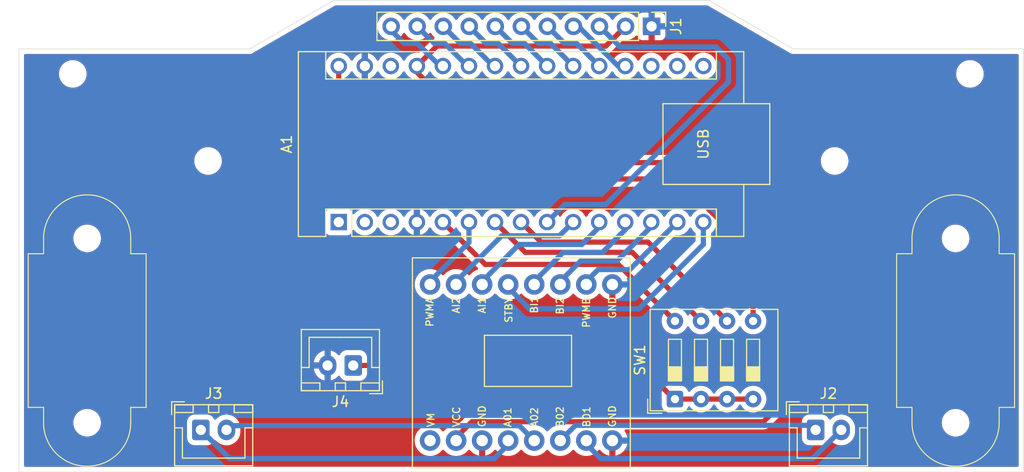
<source format=kicad_pcb>
(kicad_pcb (version 20241229) (generator "pcbnew") (generator_version "9.0")
  (layers (0 "F.Cu" signal) (2 "B.Cu" signal) (13 "F.Paste" user) (15 "B.Paste" user) (5 "F.SilkS" user "F.Silkscreen") (7 "B.SilkS" user "B.Silkscreen") (1 "F.Mask" user) (3 "B.Mask" user) (25 "Edge.Cuts" user))
  (net 0 "")
  (net 1 "GND")
  (net 2 "SW2")
  (net 3 "SENSOR5")
  (net 4 "AIN1")
  (net 5 "SENSOR3")
  (net 6 "BIN1")
  (net 7 "PWMA")
  (net 8 "BIN2")
  (net 9 "PWMB")
  (net 10 "SW1")
  (net 11 "SENSOR1")
  (net 12 "SENSOR2")
  (net 13 "5V")
  (net 14 "LED_CTRL")
  (net 15 "SENSOR7")
  (net 16 "POWER_SW")
  (net 17 "AIN2")
  (net 18 "SENSOR6")
  (net 19 "SENSOR8")
  (net 20 "SW3")
  (net 21 "SENSOR4")
  (net 22 "MOTORB2")
  (net 23 "MOTORB1")
  (net 24 "MOTORA2")
  (net 25 "MOTORA1")
  (net 26 "7.4V_SW")
  (net 34 "STBY")
  (net 35 "7.4V")
  (footprint "Connector_JST:JST_XH_B2B-XH-A_1x02_P2.50mm_Vertical" (layer "F.Cu") (at 204.04 248.57)
    (property "Reference" "J3" (at 1.25 -3.55 0) (layer "F.SilkS"))
    (property "Value" "Conn_01x02_Pin" (hide yes))
    (fp_line (start -2.85 -2.75) (end -2.85 -1.5) (stroke (width 0.12)) (layer "F.SilkS"))
    (fp_line (start -2.56 -2.46) (end -2.56 3.51) (stroke (width 0.12)) (layer "F.SilkS"))
    (fp_line (start -2.56 3.51) (end 5.06 3.51) (stroke (width 0.12)) (layer "F.SilkS"))
    (fp_line (start -2.55 -2.45) (end -2.55 -1.7) (stroke (width 0.12)) (layer "F.SilkS"))
    (fp_line (start -2.55 -1.7) (end -0.75 -1.7) (stroke (width 0.12)) (layer "F.SilkS"))
    (fp_line (start -2.55 -0.2) (end -1.8 -0.2) (stroke (width 0.12)) (layer "F.SilkS"))
    (fp_line (start -1.8 -0.2) (end -1.8 2.75) (stroke (width 0.12)) (layer "F.SilkS"))
    (fp_line (start -1.8 2.75) (end 1.25 2.75) (stroke (width 0.12)) (layer "F.SilkS"))
    (fp_line (start -1.6 -2.75) (end -2.85 -2.75) (stroke (width 0.12)) (layer "F.SilkS"))
    (fp_line (start -0.75 -2.45) (end -2.55 -2.45) (stroke (width 0.12)) (layer "F.SilkS"))
    (fp_line (start -0.75 -1.7) (end -0.75 -2.45) (stroke (width 0.12)) (layer "F.SilkS"))
    (fp_line (start 0.75 -2.45) (end 0.75 -1.7) (stroke (width 0.12)) (layer "F.SilkS"))
    (fp_line (start 0.75 -1.7) (end 1.75 -1.7) (stroke (width 0.12)) (layer "F.SilkS"))
    (fp_line (start 1.75 -2.45) (end 0.75 -2.45) (stroke (width 0.12)) (layer "F.SilkS"))
    (fp_line (start 1.75 -1.7) (end 1.75 -2.45) (stroke (width 0.12)) (layer "F.SilkS"))
    (fp_line (start 3.25 -2.45) (end 3.25 -1.7) (stroke (width 0.12)) (layer "F.SilkS"))
    (fp_line (start 3.25 -1.7) (end 5.05 -1.7) (stroke (width 0.12)) (layer "F.SilkS"))
    (fp_line (start 4.3 -0.2) (end 4.3 2.75) (stroke (width 0.12)) (layer "F.SilkS"))
    (fp_line (start 4.3 2.75) (end 1.25 2.75) (stroke (width 0.12)) (layer "F.SilkS"))
    (fp_line (start 5.05 -2.45) (end 3.25 -2.45) (stroke (width 0.12)) (layer "F.SilkS"))
    (fp_line (start 5.05 -1.7) (end 5.05 -2.45) (stroke (width 0.12)) (layer "F.SilkS"))
    (fp_line (start 5.05 -0.2) (end 4.3 -0.2) (stroke (width 0.12)) (layer "F.SilkS"))
    (fp_line (start 5.06 -2.46) (end -2.56 -2.46) (stroke (width 0.12)) (layer "F.SilkS"))
    (fp_line (start 5.06 3.51) (end 5.06 -2.46) (stroke (width 0.12)) (layer "F.SilkS"))
    (pad "1" thru_hole roundrect (at 0 0) (size 1.7 2) (drill 1) (layers "*.Cu" "*.Mask") (roundrect_rratio 0.147059) (net 25 "MOTORA1"))
    (pad "2" thru_hole oval (at 2.5 0) (size 1.7 2) (drill 1) (layers "*.Cu" "*.Mask") (net 24 "MOTORA2"))
  )
  (footprint "MountingHole:MountingHole_2.2mm_M2" (layer "F.Cu") (at 204.745265 222.31)
    (property "Reference" "REF**" (hide yes))
    (property "Value" "MountingHole_2.2mm_M2" (hide yes))
    (pad "" np_thru_hole circle (at 0 0) (size 2.2 2.2) (drill 2.2) (layers "*.Cu" "*.Mask"))
  )
  (footprint "Module:Arduino_Nano" (layer "F.Cu") (at 217.49 228.28 90)
    (property "Reference" "A1" (at 7.62 -5.08 90) (layer "F.SilkS"))
    (property "Value" "Arduino_Nano_v3.x" (hide yes))
    (fp_line (start 16.64 -3.94) (end -1.4 -3.94) (stroke (width 0.12)) (layer "F.SilkS"))
    (fp_line (start -1.4 -3.94) (end -1.4 -1.27) (stroke (width 0.12)) (layer "F.SilkS"))
    (fp_line (start 13.97 -1.27) (end 16.64 -1.27) (stroke (width 0.12)) (layer "F.SilkS"))
    (fp_line (start 13.97 -1.27) (end 13.97 36.83) (stroke (width 0.12)) (layer "F.SilkS"))
    (fp_line (start 1.27 -1.27) (end -1.4 -1.27) (stroke (width 0.12)) (layer "F.SilkS"))
    (fp_line (start 1.27 1.27) (end 1.27 -1.27) (stroke (width 0.12)) (layer "F.SilkS"))
    (fp_line (start 1.27 1.27) (end -1.4 1.27) (stroke (width 0.12)) (layer "F.SilkS"))
    (fp_line (start 1.27 1.27) (end 1.27 36.83) (stroke (width 0.12)) (layer "F.SilkS"))
    (fp_line (start -1.4 1.27) (end -1.4 39.5) (stroke (width 0.12)) (layer "F.SilkS"))
    (fp_line (start 11.56 31.62) (end 11.56 42.04) (stroke (width 0.12)) (layer "F.SilkS"))
    (fp_line (start 3.68 31.62) (end 11.56 31.62) (stroke (width 0.12)) (layer "F.SilkS"))
    (fp_line (start 13.97 36.83) (end 16.64 36.83) (stroke (width 0.12)) (layer "F.SilkS"))
    (fp_line (start 1.27 36.83) (end -1.4 36.83) (stroke (width 0.12)) (layer "F.SilkS"))
    (fp_line (start 16.64 39.5) (end 16.64 -3.94) (stroke (width 0.12)) (layer "F.SilkS"))
    (fp_line (start 16.64 39.5) (end 11.56 39.5) (stroke (width 0.12)) (layer "F.SilkS"))
    (fp_line (start -1.4 39.5) (end 3.68 39.5) (stroke (width 0.12)) (layer "F.SilkS"))
    (fp_line (start 11.56 42.04) (end 3.68 42.04) (stroke (width 0.12)) (layer "F.SilkS"))
    (fp_line (start 3.68 42.04) (end 3.68 31.62) (stroke (width 0.12)) (layer "F.SilkS"))
    (fp_text user "USB" (at 7.62 35.56 90) (layer "F.SilkS"))
    (pad "1" thru_hole rect (at 0 0 90) (size 1.6 1.6) (drill 1) (layers "*.Cu" "*.Mask"))
    (pad "2" thru_hole oval (at 0 2.54 90) (size 1.6 1.6) (drill 1) (layers "*.Cu" "*.Mask") (thermal_bridge_width 0.6))
    (pad "3" thru_hole oval (at 0 5.08 90) (size 1.6 1.6) (drill 1) (layers "*.Cu" "*.Mask") (thermal_bridge_width 0.6))
    (pad "4" thru_hole oval (at 0 7.62 90) (size 1.6 1.6) (drill 1) (layers "*.Cu" "*.Mask") (net 1 "GND") (thermal_bridge_width 0.6))
    (pad "5" thru_hole oval (at 0 10.16 90) (size 1.6 1.6) (drill 1) (layers "*.Cu" "*.Mask") (net 10 "SW1") (thermal_bridge_width 0.6))
    (pad "6" thru_hole oval (at 0 12.7 90) (size 1.6 1.6) (drill 1) (layers "*.Cu" "*.Mask") (net 7 "PWMA") (thermal_bridge_width 0.6))
    (pad "7" thru_hole oval (at 0 15.24 90) (size 1.6 1.6) (drill 1) (layers "*.Cu" "*.Mask") (net 2 "SW2") (thermal_bridge_width 0.6))
    (pad "8" thru_hole oval (at 0 17.78 90) (size 1.6 1.6) (drill 1) (layers "*.Cu" "*.Mask") (net 20 "SW3") (thermal_bridge_width 0.6))
    (pad "9" thru_hole oval (at 0 20.32 90) (size 1.6 1.6) (drill 1) (layers "*.Cu" "*.Mask") (net 14 "LED_CTRL") (thermal_bridge_width 0.6))
    (pad "10" thru_hole oval (at 0 22.86 90) (size 1.6 1.6) (drill 1) (layers "*.Cu" "*.Mask") (net 17 "AIN2") (thermal_bridge_width 0.6))
    (pad "11" thru_hole oval (at 0 25.4 90) (size 1.6 1.6) (drill 1) (layers "*.Cu" "*.Mask") (net 4 "AIN1") (thermal_bridge_width 0.6))
    (pad "12" thru_hole oval (at 0 27.94 90) (size 1.6 1.6) (drill 1) (layers "*.Cu" "*.Mask") (net 6 "BIN1") (thermal_bridge_width 0.6))
    (pad "13" thru_hole oval (at 0 30.48 90) (size 1.6 1.6) (drill 1) (layers "*.Cu" "*.Mask") (net 8 "BIN2") (thermal_bridge_width 0.6))
    (pad "14" thru_hole oval (at 0 33.02 90) (size 1.6 1.6) (drill 1) (layers "*.Cu" "*.Mask") (net 9 "PWMB") (thermal_bridge_width 0.6))
    (pad "15" thru_hole oval (at 0 35.56 90) (size 1.6 1.6) (drill 1) (layers "*.Cu" "*.Mask") (net 34 "STBY") (thermal_bridge_width 0.6))
    (pad "16" thru_hole oval (at 15.24 35.56 90) (size 1.6 1.6) (drill 1) (layers "*.Cu" "*.Mask") (thermal_bridge_width 0.6))
    (pad "17" thru_hole oval (at 15.24 33.02 90) (size 1.6 1.6) (drill 1) (layers "*.Cu" "*.Mask") (thermal_bridge_width 0.6))
    (pad "18" thru_hole oval (at 15.24 30.48 90) (size 1.6 1.6) (drill 1) (layers "*.Cu" "*.Mask") (thermal_bridge_width 0.6))
    (pad "19" thru_hole oval (at 15.24 27.94 90) (size 1.6 1.6) (drill 1) (layers "*.Cu" "*.Mask") (net 11 "SENSOR1") (thermal_bridge_width 0.6))
    (pad "20" thru_hole oval (at 15.24 25.4 90) (size 1.6 1.6) (drill 1) (layers "*.Cu" "*.Mask") (net 12 "SENSOR2") (thermal_bridge_width 0.6))
    (pad "21" thru_hole oval (at 15.24 22.86 90) (size 1.6 1.6) (drill 1) (layers "*.Cu" "*.Mask") (net 5 "SENSOR3") (thermal_bridge_width 0.6))
    (pad "22" thru_hole oval (at 15.24 20.32 90) (size 1.6 1.6) (drill 1) (layers "*.Cu" "*.Mask") (net 21 "SENSOR4") (thermal_bridge_width 0.6))
    (pad "23" thru_hole oval (at 15.24 17.78 90) (size 1.6 1.6) (drill 1) (layers "*.Cu" "*.Mask") (net 3 "SENSOR5") (thermal_bridge_width 0.6))
    (pad "24" thru_hole oval (at 15.24 15.24 90) (size 1.6 1.6) (drill 1) (layers "*.Cu" "*.Mask") (net 18 "SENSOR6") (thermal_bridge_width 0.6))
    (pad "25" thru_hole oval (at 15.24 12.7 90) (size 1.6 1.6) (drill 1) (layers "*.Cu" "*.Mask") (net 15 "SENSOR7") (thermal_bridge_width 0.6))
    (pad "26" thru_hole oval (at 15.24 10.16 90) (size 1.6 1.6) (drill 1) (layers "*.Cu" "*.Mask") (net 19 "SENSOR8") (thermal_bridge_width 0.6))
    (pad "27" thru_hole oval (at 15.24 7.62 90) (size 1.6 1.6) (drill 1) (layers "*.Cu" "*.Mask") (net 13 "5V") (thermal_bridge_width 0.6))
    (pad "28" thru_hole oval (at 15.24 5.08 90) (size 1.6 1.6) (drill 1) (layers "*.Cu" "*.Mask") (thermal_bridge_width 0.6))
    (pad "29" thru_hole oval (at 15.24 2.54 90) (size 1.6 1.6) (drill 1) (layers "*.Cu" "*.Mask") (net 1 "GND") (thermal_bridge_width 0.6))
    (pad "30" thru_hole oval (at 15.24 0 90) (size 1.6 1.6) (drill 1) (layers "*.Cu" "*.Mask") (net 16 "POWER_SW") (thermal_bridge_width 0.6))
  )
  (footprint "MountingHole:MountingHole_2.2mm_M2" (layer "F.Cu") (at 279.050005 213.81)
    (property "Reference" "REF**" (hide yes))
    (property "Value" "MountingHole_2.2mm_M2" (hide yes))
    (pad "" np_thru_hole circle (at 0 0) (size 2.2 2.2) (drill 2.2) (layers "*.Cu" "*.Mask"))
  )
  (footprint "Connector_JST:JST_XH_B2B-XH-A_1x02_P2.50mm_Vertical" (layer "F.Cu") (at 264 248.57)
    (property "Reference" "J2" (at 1.25 -3.55 0) (layer "F.SilkS"))
    (property "Value" "Conn_01x02_Pin" (hide yes))
    (fp_line (start -2.85 -2.75) (end -2.85 -1.5) (stroke (width 0.12)) (layer "F.SilkS"))
    (fp_line (start -2.56 -2.46) (end -2.56 3.51) (stroke (width 0.12)) (layer "F.SilkS"))
    (fp_line (start -2.56 3.51) (end 5.06 3.51) (stroke (width 0.12)) (layer "F.SilkS"))
    (fp_line (start -2.55 -2.45) (end -2.55 -1.7) (stroke (width 0.12)) (layer "F.SilkS"))
    (fp_line (start -2.55 -1.7) (end -0.75 -1.7) (stroke (width 0.12)) (layer "F.SilkS"))
    (fp_line (start -2.55 -0.2) (end -1.8 -0.2) (stroke (width 0.12)) (layer "F.SilkS"))
    (fp_line (start -1.8 -0.2) (end -1.8 2.75) (stroke (width 0.12)) (layer "F.SilkS"))
    (fp_line (start -1.8 2.75) (end 1.25 2.75) (stroke (width 0.12)) (layer "F.SilkS"))
    (fp_line (start -1.6 -2.75) (end -2.85 -2.75) (stroke (width 0.12)) (layer "F.SilkS"))
    (fp_line (start -0.75 -2.45) (end -2.55 -2.45) (stroke (width 0.12)) (layer "F.SilkS"))
    (fp_line (start -0.75 -1.7) (end -0.75 -2.45) (stroke (width 0.12)) (layer "F.SilkS"))
    (fp_line (start 0.75 -2.45) (end 0.75 -1.7) (stroke (width 0.12)) (layer "F.SilkS"))
    (fp_line (start 0.75 -1.7) (end 1.75 -1.7) (stroke (width 0.12)) (layer "F.SilkS"))
    (fp_line (start 1.75 -2.45) (end 0.75 -2.45) (stroke (width 0.12)) (layer "F.SilkS"))
    (fp_line (start 1.75 -1.7) (end 1.75 -2.45) (stroke (width 0.12)) (layer "F.SilkS"))
    (fp_line (start 3.25 -2.45) (end 3.25 -1.7) (stroke (width 0.12)) (layer "F.SilkS"))
    (fp_line (start 3.25 -1.7) (end 5.05 -1.7) (stroke (width 0.12)) (layer "F.SilkS"))
    (fp_line (start 4.3 -0.2) (end 4.3 2.75) (stroke (width 0.12)) (layer "F.SilkS"))
    (fp_line (start 4.3 2.75) (end 1.25 2.75) (stroke (width 0.12)) (layer "F.SilkS"))
    (fp_line (start 5.05 -2.45) (end 3.25 -2.45) (stroke (width 0.12)) (layer "F.SilkS"))
    (fp_line (start 5.05 -1.7) (end 5.05 -2.45) (stroke (width 0.12)) (layer "F.SilkS"))
    (fp_line (start 5.05 -0.2) (end 4.3 -0.2) (stroke (width 0.12)) (layer "F.SilkS"))
    (fp_line (start 5.06 -2.46) (end -2.56 -2.46) (stroke (width 0.12)) (layer "F.SilkS"))
    (fp_line (start 5.06 3.51) (end 5.06 -2.46) (stroke (width 0.12)) (layer "F.SilkS"))
    (pad "1" thru_hole roundrect (at 0 0) (size 1.7 2) (drill 1) (layers "*.Cu" "*.Mask") (roundrect_rratio 0.147059) (net 22 "MOTORB2"))
    (pad "2" thru_hole oval (at 2.5 0) (size 1.7 2) (drill 1) (layers "*.Cu" "*.Mask") (net 23 "MOTORB1"))
  )
  (footprint "Connector_PinHeader_2.54mm:PinHeader_1x11_P2.54mm_Vertical" (layer "F.Cu") (at 248 209.17 -90)
    (property "Reference" "J1" (at 0 -2.38 90) (layer "F.SilkS"))
    (property "Value" "Conn_01x11_Socket" (hide yes))
    (fp_line (start -1.38 26.78) (end 1.38 26.78) (stroke (width 0.12)) (layer "F.SilkS"))
    (fp_line (start -1.38 1.27) (end -1.38 26.78) (stroke (width 0.12)) (layer "F.SilkS"))
    (fp_line (start -1.38 1.27) (end 1.38 1.27) (stroke (width 0.12)) (layer "F.SilkS"))
    (fp_line (start 1.38 1.27) (end 1.38 26.78) (stroke (width 0.12)) (layer "F.SilkS"))
    (fp_line (start -1.38 0) (end -1.38 -1.38) (stroke (width 0.12)) (layer "F.SilkS"))
    (fp_line (start -1.38 -1.38) (end 0 -1.38) (stroke (width 0.12)) (layer "F.SilkS"))
    (pad "1" thru_hole rect (at 0 0 270) (size 1.7 1.7) (drill 1) (layers "*.Cu" "*.Mask") (net 1 "GND") (thermal_bridge_width 0.6))
    (pad "2" thru_hole circle (at 0 2.54 270) (size 1.7 1.7) (drill 1) (layers "*.Cu" "*.Mask") (net 13 "5V"))
    (pad "3" thru_hole circle (at 0 5.08 270) (size 1.7 1.7) (drill 1) (layers "*.Cu" "*.Mask") (net 14 "LED_CTRL"))
    (pad "4" thru_hole circle (at 0 7.62 270) (size 1.7 1.7) (drill 1) (layers "*.Cu" "*.Mask") (net 11 "SENSOR1"))
    (pad "5" thru_hole circle (at 0 10.16 270) (size 1.7 1.7) (drill 1) (layers "*.Cu" "*.Mask") (net 12 "SENSOR2"))
    (pad "6" thru_hole circle (at 0 12.7 270) (size 1.7 1.7) (drill 1) (layers "*.Cu" "*.Mask") (net 5 "SENSOR3"))
    (pad "7" thru_hole circle (at 0 15.24 270) (size 1.7 1.7) (drill 1) (layers "*.Cu" "*.Mask") (net 21 "SENSOR4"))
    (pad "8" thru_hole circle (at 0 17.78 270) (size 1.7 1.7) (drill 1) (layers "*.Cu" "*.Mask") (net 3 "SENSOR5"))
    (pad "9" thru_hole circle (at 0 20.32 270) (size 1.7 1.7) (drill 1) (layers "*.Cu" "*.Mask") (net 18 "SENSOR6"))
    (pad "10" thru_hole circle (at 0 22.86 270) (size 1.7 1.7) (drill 1) (layers "*.Cu" "*.Mask") (net 15 "SENSOR7"))
    (pad "11" thru_hole circle (at 0 25.4 270) (size 1.7 1.7) (drill 1) (layers "*.Cu" "*.Mask") (net 19 "SENSOR8"))
  )
  (footprint "MountingHole:MountingHole_2.2mm_M2" (layer "F.Cu") (at 191.550005 213.81)
    (property "Reference" "REF**" (hide yes))
    (property "Value" "MountingHole_2.2mm_M2" (hide yes))
    (pad "" np_thru_hole circle (at 0 0) (size 2.2 2.2) (drill 2.2) (layers "*.Cu" "*.Mask"))
  )
  (footprint "Connector_JST:JST_XH_B2B-XH-A_1x02_P2.50mm_Vertical" (layer "F.Cu") (at 218.9 242.28 180)
    (property "Reference" "J4" (at 1.25 -3.55 0) (layer "F.SilkS"))
    (property "Value" "Conn_01x02_Pin")
    (fp_line (start 5.06 3.51) (end 5.06 -2.46) (stroke (width 0.12)) (layer "F.SilkS"))
    (fp_line (start 5.06 -2.46) (end -2.56 -2.46) (stroke (width 0.12)) (layer "F.SilkS"))
    (fp_line (start 5.05 -0.2) (end 4.3 -0.2) (stroke (width 0.12)) (layer "F.SilkS"))
    (fp_line (start 5.05 -1.7) (end 5.05 -2.45) (stroke (width 0.12)) (layer "F.SilkS"))
    (fp_line (start 5.05 -2.45) (end 3.25 -2.45) (stroke (width 0.12)) (layer "F.SilkS"))
    (fp_line (start 4.3 2.75) (end 1.25 2.75) (stroke (width 0.12)) (layer "F.SilkS"))
    (fp_line (start 4.3 -0.2) (end 4.3 2.75) (stroke (width 0.12)) (layer "F.SilkS"))
    (fp_line (start 3.25 -1.7) (end 5.05 -1.7) (stroke (width 0.12)) (layer "F.SilkS"))
    (fp_line (start 3.25 -2.45) (end 3.25 -1.7) (stroke (width 0.12)) (layer "F.SilkS"))
    (fp_line (start 1.75 -1.7) (end 1.75 -2.45) (stroke (width 0.12)) (layer "F.SilkS"))
    (fp_line (start 1.75 -2.45) (end 0.75 -2.45) (stroke (width 0.12)) (layer "F.SilkS"))
    (fp_line (start 0.75 -1.7) (end 1.75 -1.7) (stroke (width 0.12)) (layer "F.SilkS"))
    (fp_line (start 0.75 -2.45) (end 0.75 -1.7) (stroke (width 0.12)) (layer "F.SilkS"))
    (fp_line (start -0.75 -1.7) (end -0.75 -2.45) (stroke (width 0.12)) (layer "F.SilkS"))
    (fp_line (start -0.75 -2.45) (end -2.55 -2.45) (stroke (width 0.12)) (layer "F.SilkS"))
    (fp_line (start -1.6 -2.75) (end -2.85 -2.75) (stroke (width 0.12)) (layer "F.SilkS"))
    (fp_line (start -1.8 2.75) (end 1.25 2.75) (stroke (width 0.12)) (layer "F.SilkS"))
    (fp_line (start -1.8 -0.2) (end -1.8 2.75) (stroke (width 0.12)) (layer "F.SilkS"))
    (fp_line (start -2.55 -0.2) (end -1.8 -0.2) (stroke (width 0.12)) (layer "F.SilkS"))
    (fp_line (start -2.55 -1.7) (end -0.75 -1.7) (stroke (width 0.12)) (layer "F.SilkS"))
    (fp_line (start -2.55 -2.45) (end -2.55 -1.7) (stroke (width 0.12)) (layer "F.SilkS"))
    (fp_line (start -2.56 3.51) (end 5.06 3.51) (stroke (width 0.12)) (layer "F.SilkS"))
    (fp_line (start -2.56 -2.46) (end -2.56 3.51) (stroke (width 0.12)) (layer "F.SilkS"))
    (fp_line (start -2.85 -2.75) (end -2.85 -1.5) (stroke (width 0.12)) (layer "F.SilkS"))
    (pad "1" thru_hole roundrect (at 0 0 180) (size 1.7 2) (drill 1) (layers "*.Cu" "*.Mask") (roundrect_rratio 0.147059) (net 35 "7.4V"))
    (pad "2" thru_hole oval (at 2.5 0 180) (size 1.7 2) (drill 1) (layers "*.Cu" "*.Mask") (net 1 "GND") (thermal_bridge_width 0.6))
  )
  (footprint "Custom_Footprints:TB6612FNG" (layer "F.Cu") (at 222.385 241.77 90)
    (property "Reference" "U1" (hide yes))
    (property "Value" "TB6612FNG")
    (fp_line (start 10 2.29) (end 10 23.54) (stroke (width 0.12)) (layer "F.SilkS"))
    (fp_line (start -10.5 2.29) (end 10 2.29) (stroke (width 0.12)) (layer "F.SilkS"))
    (fp_line (start 2.44 9.31) (end 2.44 17.81) (stroke (width 0.12)) (layer "F.SilkS"))
    (fp_line (start -2.56 9.31) (end 2.44 9.31) (stroke (width 0.12)) (layer "F.SilkS"))
    (fp_line (start 2.44 17.81) (end -2.56 17.81) (stroke (width 0.12)) (layer "F.SilkS"))
    (fp_line (start -2.56 17.81) (end -2.56 9.31) (stroke (width 0.12)) (layer "F.SilkS"))
    (fp_line (start 10 23.54) (end -10.5 23.54) (stroke (width 0.12)) (layer "F.SilkS"))
    (fp_line (start -10.5 23.54) (end -10.5 2.29) (stroke (width 0.12)) (layer "F.SilkS"))
    (fp_text user "GND" (at -6.6 9.49 90) (layer "F.SilkS") (effects (font (size 0.69088 0.69088) (thickness 0.12192)) (justify left bottom)))
    (fp_text user "VM" (at -6.6 4.49 90) (layer "F.SilkS") (effects (font (size 0.69088 0.69088) (thickness 0.12192)) (justify left bottom)))
    (fp_text user "GND" (at 4 22.1964 90) (layer "F.SilkS") (effects (font (size 0.69088 0.69088) (thickness 0.12192)) (justify left bottom)))
    (fp_text user "A02" (at -6.6 14.59 90) (layer "F.SilkS") (effects (font (size 0.69088 0.69088) (thickness 0.12192)) (justify left bottom)))
    (fp_text user "VCC" (at -6.6 6.99 90) (layer "F.SilkS") (effects (font (size 0.69088 0.69088) (thickness 0.12192)) (justify left bottom)))
    (fp_text user "AI1" (at 4.5 9.49 90) (layer "F.SilkS") (effects (font (size 0.69088 0.69088) (thickness 0.12192)) (justify left bottom)))
    (fp_text user "STBY" (at 3.6 12.09 90) (layer "F.SilkS") (effects (font (size 0.69088 0.69088) (thickness 0.12192)) (justify left bottom)))
    (fp_text user "GND" (at -6.6 22.19 90) (layer "F.SilkS") (effects (font (size 0.69088 0.69088) (thickness 0.12192)) (justify left bottom)))
    (fp_text user "B02" (at -6.6 17.09 90) (layer "F.SilkS") (effects (font (size 0.69088 0.69088) (thickness 0.12192)) (justify left bottom)))
    (fp_text user "BI2" (at 4.4 17.09 90) (layer "F.SilkS") (effects (font (size 0.69088 0.69088) (thickness 0.12192)) (justify left bottom)))
    (fp_text user "AI2" (at 4.5 6.9564 90) (layer "F.SilkS") (effects (font (size 0.69088 0.69088) (thickness 0.12192)) (justify left bottom)))
    (fp_text user "A01" (at -6.6 11.99 90) (layer "F.SilkS") (effects (font (size 0.69088 0.69088) (thickness 0.12192)) (justify left bottom)))
    (fp_text user "PWMB" (at 3.1 19.6564 90) (layer "F.SilkS") (effects (font (size 0.69088 0.69088) (thickness 0.12192)) (justify left bottom)))
    (fp_text user "B01" (at -6.6 19.69 90) (layer "F.SilkS") (effects (font (size 0.69088 0.69088) (thickness 0.12192)) (justify left bottom)))
    (fp_text user "PWMA" (at 3.2 4.39 90) (layer "F.SilkS") (effects (font (size 0.69088 0.69088) (thickness 0.12192)) (justify left bottom)))
    (fp_text user "BI1" (at 4.5 14.5764 90) (layer "F.SilkS") (effects (font (size 0.69088 0.69088) (thickness 0.12192)) (justify left bottom)))
    (pad "1" thru_hole circle (at -7.84 4.01 180) (size 2 2) (drill 1.1176) (layers "*.Cu" "*.Mask") (net 26 "7.4V_SW") (thermal_bridge_width 0.508))
    (pad "2" thru_hole circle (at -7.84 6.55 180) (size 2 2) (drill 1.1176) (layers "*.Cu" "*.Mask") (net 13 "5V") (thermal_bridge_width 0.508))
    (pad "3" thru_hole circle (at -7.84 9.09 180) (size 2 2) (drill 1.1176) (layers "*.Cu" "*.Mask") (net 1 "GND") (thermal_bridge_width 0.6))
    (pad "4" thru_hole circle (at -7.84 11.63 180) (size 2 2) (drill 1.1176) (layers "*.Cu" "*.Mask") (net 25 "MOTORA1") (thermal_bridge_width 0.508))
    (pad "5" thru_hole circle (at -7.84 14.17 180) (size 2 2) (drill 1.1176) (layers "*.Cu" "*.Mask") (net 24 "MOTORA2") (thermal_bridge_width 0.508))
    (pad "6" thru_hole circle (at -7.84 16.71 180) (size 2 2) (drill 1.1176) (layers "*.Cu" "*.Mask") (net 22 "MOTORB2") (thermal_bridge_width 0.508))
    (pad "7" thru_hole circle (at -7.84 19.25 180) (size 2 2) (drill 1.1176) (layers "*.Cu" "*.Mask") (net 23 "MOTORB1") (thermal_bridge_width 0.508))
    (pad "8" thru_hole circle (at -7.84 21.79 180) (size 2 2) (drill 1.1176) (layers "*.Cu" "*.Mask") (net 1 "GND") (thermal_bridge_width 0.6))
    (pad "9" thru_hole circle (at 7.4 21.79) (size 2 2) (drill 1.1176) (layers "*.Cu" "*.Mask") (net 1 "GND") (thermal_bridge_width 0.6))
    (pad "10" thru_hole circle (at 7.4 19.25) (size 2 2) (drill 1.1176) (layers "*.Cu" "*.Mask") (net 9 "PWMB"))
    (pad "11" thru_hole circle (at 7.4 16.71) (size 2 2) (drill 1.1176) (layers "*.Cu" "*.Mask") (net 8 "BIN2"))
    (pad "12" thru_hole circle (at 7.4 14.17) (size 2 2) (drill 1.1176) (layers "*.Cu" "*.Mask") (net 6 "BIN1"))
    (pad "13" thru_hole circle (at 7.4 11.63) (size 2 2) (drill 1.1176) (layers "*.Cu" "*.Mask") (net 34 "STBY"))
    (pad "14" thru_hole circle (at 7.4 9.09) (size 2 2) (drill 1.1176) (layers "*.Cu" "*.Mask") (net 4 "AIN1"))
    (pad "15" thru_hole circle (at 7.4 6.55) (size 2 2) (drill 1.1176) (layers "*.Cu" "*.Mask") (net 17 "AIN2"))
    (pad "16" thru_hole circle (at 7.4 4.01) (size 2 2) (drill 1.1176) (layers "*.Cu" "*.Mask") (net 7 "PWMA"))
  )
  (footprint "MountingHole:MountingHole_2.2mm_M2" (layer "F.Cu") (at 265.854745 222.309999)
    (property "Reference" "REF**" (hide yes))
    (property "Value" "MountingHole_2.2mm_M2" (hide yes))
    (pad "" np_thru_hole circle (at 0 0) (size 2.2 2.2) (drill 2.2) (layers "*.Cu" "*.Mask"))
  )
  (footprint "Custom_Footprints:N20_Motor_Bracket" (layer "F.Cu") (at 184.7 238.87 90)
    (property "Reference" "REF**" (hide yes))
    (property "Value" "N20_Motor_Bracket" (hide yes))
    (fp_line (start -7.5 2.5) (end 7.5 2.5) (stroke (width 0.1)) (layer "F.SilkS"))
    (fp_line (start -7.5 2.5) (end -7.5 4) (stroke (width 0.1)) (layer "F.SilkS"))
    (fp_line (start 9 4) (end 7.5 4) (stroke (width 0.1)) (layer "F.SilkS"))
    (fp_line (start 7.5 4) (end 7.5 2.5) (stroke (width 0.1)) (layer "F.SilkS"))
    (fp_line (start -7.5 4) (end -9 4) (stroke (width 0.1)) (layer "F.SilkS"))
    (fp_line (start 7.5 12.5) (end 9 12.5) (stroke (width 0.1)) (layer "F.SilkS"))
    (fp_line (start -7.5 12.5) (end -7.5 14) (stroke (width 0.1)) (layer "F.SilkS"))
    (fp_line (start -9 12.5) (end -7.5 12.5) (stroke (width 0.1)) (layer "F.SilkS"))
    (fp_line (start 7.5 14) (end 7.5 12.5) (stroke (width 0.1)) (layer "F.SilkS"))
    (fp_line (start 7.5 14) (end -7.5 14) (stroke (width 0.1)) (layer "F.SilkS"))
    (fp_arc (start 9 4) (mid 13.25 8.25) (end 9 12.5) (stroke (width 0.1)) (layer "F.SilkS"))
    (fp_arc (start -9 12.5) (mid -13.25 8.25) (end -9 4) (stroke (width 0.1)) (layer "F.SilkS"))
    (pad "" np_thru_hole circle (at -9 8.25 90) (size 2.2 2.2) (drill 2.2) (layers "*.Cu" "*.Mask"))
    (pad "" np_thru_hole circle (at 9 8.25 90) (size 2.2 2.2) (drill 2.2) (layers "*.Cu" "*.Mask"))
  )
  (footprint "Button_Switch_THT:SW_DIP_SPSTx04_Slide_9.78x12.34mm_W7.62mm_P2.54mm" (layer "F.Cu") (at 250.28 245.56 90)
    (property "Reference" "SW1" (at 3.81 -3.42 90) (layer "F.SilkS"))
    (property "Value" "SW_DIP_x04")
    (fp_line (start -1.38 -2.66) (end 0.003 -2.66) (stroke (width 0.12)) (layer "F.SilkS"))
    (fp_line (start -1.38 -2.66) (end -1.38 -1.277) (stroke (width 0.12)) (layer "F.SilkS"))
    (fp_line (start 8.76 -2.42) (end 8.76 10.04) (stroke (width 0.12)) (layer "F.SilkS"))
    (fp_line (start -1.14 -2.42) (end 8.76 -2.42) (stroke (width 0.12)) (layer "F.SilkS"))
    (fp_line (start -1.14 -2.42) (end -1.14 10.04) (stroke (width 0.12)) (layer "F.SilkS"))
    (fp_line (start 3.133333 -0.635) (end 3.133333 0.635) (stroke (width 0.12)) (layer "F.SilkS"))
    (fp_line (start 3.133333 1.905) (end 3.133333 3.175) (stroke (width 0.12)) (layer "F.SilkS"))
    (fp_line (start 3.133333 4.445) (end 3.133333 5.715) (stroke (width 0.12)) (layer "F.SilkS"))
    (fp_line (start 3.133333 6.985) (end 3.133333 8.255) (stroke (width 0.12)) (layer "F.SilkS"))
    (fp_line (start -1.14 10.04) (end 8.76 10.04) (stroke (width 0.12)) (layer "F.SilkS"))
    (fp_rect (start 1.78 -0.635) (end 5.84 0.635) (stroke (width 0.12)) (fill no) (layer "F.SilkS"))
    (fp_rect (start 1.78 -0.635) (end 3.133333 0.635) (stroke (width 0.12)) (fill yes) (layer "F.SilkS"))
    (fp_rect (start 1.78 1.905) (end 5.84 3.175) (stroke (width 0.12)) (fill no) (layer "F.SilkS"))
    (fp_rect (start 1.78 1.905) (end 3.133333 3.175) (stroke (width 0.12)) (fill yes) (layer "F.SilkS"))
    (fp_rect (start 1.78 4.445) (end 5.84 5.715) (stroke (width 0.12)) (fill no) (layer "F.SilkS"))
    (fp_rect (start 1.78 4.445) (end 3.133333 5.715) (stroke (width 0.12)) (fill yes) (layer "F.SilkS"))
    (fp_rect (start 1.78 6.985) (end 5.84 8.255) (stroke (width 0.12)) (fill no) (layer "F.SilkS"))
    (fp_rect (start 1.78 6.985) (end 3.133333 8.255) (stroke (width 0.12)) (fill yes) (layer "F.SilkS"))
    (pad "1" thru_hole roundrect (at 0 0 90) (size 1.6 1.6) (drill 0.8) (layers "*.Cu" "*.Mask") (roundrect_rratio 0.15625) (net 35 "7.4V"))
    (pad "2" thru_hole circle (at 0 2.54 90) (size 1.6 1.6) (drill 0.8) (layers "*.Cu" "*.Mask") (net 35 "7.4V"))
    (pad "3" thru_hole circle (at 0 5.08 90) (size 1.6 1.6) (drill 0.8) (layers "*.Cu" "*.Mask") (net 35 "7.4V"))
    (pad "4" thru_hole circle (at 0 7.62 90) (size 1.6 1.6) (drill 0.8) (layers "*.Cu" "*.Mask") (net 35 "7.4V"))
    (pad "5" thru_hole circle (at 7.62 7.62 90) (size 1.6 1.6) (drill 0.8) (layers "*.Cu" "*.Mask") (net 16 "POWER_SW"))
    (pad "6" thru_hole circle (at 7.62 5.08 90) (size 1.6 1.6) (drill 0.8) (layers "*.Cu" "*.Mask") (net 20 "SW3"))
    (pad "7" thru_hole circle (at 7.62 2.54 90) (size 1.6 1.6) (drill 0.8) (layers "*.Cu" "*.Mask") (net 2 "SW2"))
    (pad "8" thru_hole circle (at 7.62 0 90) (size 1.6 1.6) (drill 0.8) (layers "*.Cu" "*.Mask") (net 10 "SW1"))
  )
  (footprint "Custom_Footprints:N20_Motor_Bracket" (layer "F.Cu") (at 269.4 238.87 90)
    (property "Reference" "REF**" (hide yes))
    (property "Value" "N20_Motor_Bracket" (hide yes))
    (fp_line (start -7.5 2.5) (end 7.5 2.5) (stroke (width 0.1)) (layer "F.SilkS"))
    (fp_line (start -7.5 2.5) (end -7.5 4) (stroke (width 0.1)) (layer "F.SilkS"))
    (fp_line (start 9 4) (end 7.5 4) (stroke (width 0.1)) (layer "F.SilkS"))
    (fp_line (start 7.5 4) (end 7.5 2.5) (stroke (width 0.1)) (layer "F.SilkS"))
    (fp_line (start -7.5 4) (end -9 4) (stroke (width 0.1)) (layer "F.SilkS"))
    (fp_line (start 7.5 12.5) (end 9 12.5) (stroke (width 0.1)) (layer "F.SilkS"))
    (fp_line (start -7.5 12.5) (end -7.5 14) (stroke (width 0.1)) (layer "F.SilkS"))
    (fp_line (start -9 12.5) (end -7.5 12.5) (stroke (width 0.1)) (layer "F.SilkS"))
    (fp_line (start 7.5 14) (end 7.5 12.5) (stroke (width 0.1)) (layer "F.SilkS"))
    (fp_line (start 7.5 14) (end -7.5 14) (stroke (width 0.1)) (layer "F.SilkS"))
    (fp_arc (start 9 4) (mid 13.25 8.25) (end 9 12.5) (stroke (width 0.1)) (layer "F.SilkS"))
    (fp_arc (start -9 12.5) (mid -13.25 8.25) (end -9 4) (stroke (width 0.1)) (layer "F.SilkS"))
    (pad "" np_thru_hole circle (at -9 8.25 90) (size 2.2 2.2) (drill 2.2) (layers "*.Cu" "*.Mask"))
    (pad "" np_thru_hole circle (at 9 8.25 90) (size 2.2 2.2) (drill 2.2) (layers "*.Cu" "*.Mask"))
  )
  (gr_line (start 261.8 211.37) (end 253.572759 206.62) (stroke (width 0.05)) (layer "Edge.Cuts"))
  (gr_line (start 284.3 252.67) (end 284.3 211.37) (stroke (width 0.05)) (layer "Edge.Cuts"))
  (gr_line (start 217.02725 206.620014) (end 253.572759 206.62) (stroke (width 0.05)) (layer "Edge.Cuts"))
  (gr_line (start 284.3 211.37) (end 261.8 211.37) (stroke (width 0.05)) (layer "Edge.Cuts"))
  (gr_line (start 186.3 211.37) (end 208.8 211.37) (stroke (width 0.05)) (layer "Edge.Cuts"))
  (gr_line (start 284.3 252.67) (end 186.3 252.67) (stroke (width 0.05)) (layer "Edge.Cuts"))
  (gr_line (start 208.8 211.37) (end 217.02725 206.620014) (stroke (width 0.05)) (layer "Edge.Cuts"))
  (gr_line (start 186.3 211.37) (end 186.3 252.67) (stroke (width 0.05)) (layer "Edge.Cuts"))
  (segment (start 252.82 237.94) (end 246.11 231.23) (width 0.508) (layer "F.Cu") (net 2))
  (segment (start 235.68 231.23) (end 232.73 228.28) (width 0.508) (layer "F.Cu") (net 2))
  (segment (start 246.11 231.23) (end 235.68 231.23) (width 0.508) (layer "F.Cu") (net 2))
  (segment (start 230.22 209.17) (end 230.2 209.17) (width 0.508) (layer "B.Cu") (net 3))
  (segment (start 235.25 213.04) (end 235.27 213.04) (width 0.508) (layer "B.Cu") (net 3))
  (segment (start 231.86 210.83) (end 233.04 210.83) (width 0.508) (layer "B.Cu") (net 3))
  (segment (start 233.04 210.83) (end 235.25 213.04) (width 0.508) (layer "B.Cu") (net 3))
  (segment (start 230.2 209.17) (end 231.86 210.83) (width 0.508) (layer "B.Cu") (net 3))
  (segment (start 235.08 230.46) (end 241.2 230.46) (width 0.508) (layer "B.Cu") (net 4))
  (segment (start 242.89 228.77) (end 242.89 228.28) (width 0.508) (layer "B.Cu") (net 4))
  (segment (start 241.2 230.46) (end 242.89 228.77) (width 0.508) (layer "B.Cu") (net 4))
  (segment (start 231.475 234.37) (end 231.475 234.065) (width 0.508) (layer "B.Cu") (net 4))
  (segment (start 231.475 234.065) (end 235.08 230.46) (width 0.508) (layer "B.Cu") (net 4))
  (segment (start 238.14 210.83) (end 240.35 213.04) (width 0.508) (layer "B.Cu") (net 5))
  (segment (start 236.96 210.83) (end 238.14 210.83) (width 0.508) (layer "B.Cu") (net 5))
  (segment (start 235.3 209.17) (end 236.96 210.83) (width 0.508) (layer "B.Cu") (net 5))
  (segment (start 236.555 234.065) (end 239.38 231.24) (width 0.508) (layer "B.Cu") (net 6))
  (segment (start 239.38 231.24) (end 243.21 231.24) (width 0.508) (layer "B.Cu") (net 6))
  (segment (start 243.21 231.24) (end 245.43 229.02) (width 0.508) (layer "B.Cu") (net 6))
  (segment (start 245.43 229.02) (end 245.43 228.28) (width 0.508) (layer "B.Cu") (net 6))
  (segment (start 236.555 234.37) (end 236.555 234.065) (width 0.508) (layer "B.Cu") (net 6))
  (segment (start 226.395 234.065) (end 230.19 230.27) (width 0.508) (layer "B.Cu") (net 7))
  (segment (start 230.19 230.27) (end 230.19 228.28) (width 0.508) (layer "B.Cu") (net 7))
  (segment (start 226.395 234.37) (end 226.395 234.065) (width 0.508) (layer "B.Cu") (net 7))
  (segment (start 239.095 234.37) (end 239.095 234.065) (width 0.508) (layer "B.Cu") (net 8))
  (segment (start 241.08 232.08) (end 244.61 232.08) (width 0.508) (layer "B.Cu") (net 8))
  (segment (start 244.61 232.08) (end 247.97 228.72) (width 0.508) (layer "B.Cu") (net 8))
  (segment (start 247.97 228.72) (end 247.97 228.28) (width 0.508) (layer "B.Cu") (net 8))
  (segment (start 239.095 234.065) (end 241.08 232.08) (width 0.508) (layer "B.Cu") (net 8))
  (segment (start 244.472681 232.915) (end 244.477681 232.92) (width 0.508) (layer "B.Cu") (net 9))
  (segment (start 243.267319 232.915) (end 244.472681 232.915) (width 0.508) (layer "B.Cu") (net 9))
  (segment (start 243.262319 232.92) (end 243.267319 232.915) (width 0.508) (layer "B.Cu") (net 9))
  (segment (start 241.635 234.37) (end 241.635 234.065) (width 0.508) (layer "B.Cu") (net 9))
  (segment (start 241.635 234.065) (end 242.78 232.92) (width 0.508) (layer "B.Cu") (net 9))
  (segment (start 244.477681 232.92) (end 245.87 232.92) (width 0.508) (layer "B.Cu") (net 9))
  (segment (start 245.87 232.92) (end 250.51 228.28) (width 0.508) (layer "B.Cu") (net 9))
  (segment (start 242.78 232.92) (end 243.262319 232.92) (width 0.508) (layer "B.Cu") (net 9))
  (segment (start 244.75 232.41) (end 231.78 232.41) (width 0.508) (layer "F.Cu") (net 10))
  (segment (start 231.78 232.41) (end 227.65 228.28) (width 0.508) (layer "F.Cu") (net 10))
  (segment (start 250.28 237.94) (end 244.75 232.41) (width 0.508) (layer "F.Cu") (net 10))
  (segment (start 244.73 213.04) (end 245.43 213.04) (width 0.508) (layer "B.Cu") (net 11))
  (segment (start 240.86 209.17) (end 244.73 213.04) (width 0.508) (layer "B.Cu") (net 11))
  (segment (start 240.38 209.17) (end 240.86 209.17) (width 0.508) (layer "B.Cu") (net 11))
  (segment (start 237.84 209.17) (end 239.5 210.83) (width 0.508) (layer "B.Cu") (net 12))
  (segment (start 239.5 210.83) (end 240.68 210.83) (width 0.508) (layer "B.Cu") (net 12))
  (segment (start 240.68 210.83) (end 242.89 213.04) (width 0.508) (layer "B.Cu") (net 12))
  (segment (start 233.93 222.47) (end 252.76 222.47) (width 0.508) (layer "F.Cu") (net 13))
  (segment (start 225.11 213.04) (end 225.11 213.65) (width 0.508) (layer "F.Cu") (net 13))
  (segment (start 252.76 222.47) (end 260.6 230.31) (width 0.508) (layer "F.Cu") (net 13))
  (segment (start 243.54 211.09) (end 245.46 209.17) (width 0.508) (layer "F.Cu") (net 13))
  (segment (start 260.6 246.08) (end 258.91 247.77) (width 0.508) (layer "F.Cu") (net 13))
  (segment (start 260.6 230.31) (end 260.6 246.08) (width 0.508) (layer "F.Cu") (net 13))
  (segment (start 230.47 247.77) (end 228.63 249.61) (width 0.508) (layer "F.Cu") (net 13))
  (segment (start 225.11 213.65) (end 233.93 222.47) (width 0.508) (layer "F.Cu") (net 13))
  (segment (start 225.11 213.04) (end 227.06 211.09) (width 0.508) (layer "F.Cu") (net 13))
  (segment (start 227.06 211.09) (end 243.54 211.09) (width 0.508) (layer "F.Cu") (net 13))
  (segment (start 258.91 247.77) (end 230.47 247.77) (width 0.508) (layer "F.Cu") (net 13))
  (segment (start 254.29 211.18) (end 255.49 212.38) (width 0.508) (layer "B.Cu") (net 14))
  (segment (start 242.92 209.17) (end 244.93 211.18) (width 0.508) (layer "B.Cu") (net 14))
  (segment (start 255.49 214.6) (end 243.53 226.56) (width 0.508) (layer "B.Cu") (net 14))
  (segment (start 244.93 211.18) (end 254.29 211.18) (width 0.508) (layer "B.Cu") (net 14))
  (segment (start 239.53 226.56) (end 237.81 228.28) (width 0.508) (layer "B.Cu") (net 14))
  (segment (start 255.49 212.38) (end 255.49 214.6) (width 0.508) (layer "B.Cu") (net 14))
  (segment (start 243.53 226.56) (end 239.53 226.56) (width 0.508) (layer "B.Cu") (net 14))
  (segment (start 226.81 210.83) (end 227.82 210.83) (width 0.508) (layer "B.Cu") (net 15))
  (segment (start 226.225 210.255) (end 226.235 210.255) (width 0.508) (layer "B.Cu") (net 15))
  (segment (start 230.03 213.04) (end 230.19 213.04) (width 0.508) (layer "B.Cu") (net 15))
  (segment (start 227.82 210.83) (end 230.03 213.04) (width 0.508) (layer "B.Cu") (net 15))
  (segment (start 226.235 210.255) (end 226.81 210.83) (width 0.508) (layer "B.Cu") (net 15))
  (segment (start 225.14 209.17) (end 226.225 210.255) (width 0.508) (layer "B.Cu") (net 15))
  (segment (start 250.614839 224.07) (end 257.9 231.355161) (width 0.508) (layer "F.Cu") (net 16))
  (segment (start 217.49 215.78) (end 225.78 224.07) (width 0.508) (layer "F.Cu") (net 16))
  (segment (start 257.9 231.355161) (end 257.9 237.94) (width 0.508) (layer "F.Cu") (net 16))
  (segment (start 225.78 224.07) (end 250.614839 224.07) (width 0.508) (layer "F.Cu") (net 16))
  (segment (start 217.49 213.04) (end 217.49 215.78) (width 0.508) (layer "F.Cu") (net 16))
  (segment (start 228.935 234.37) (end 228.935 234.065) (width 0.508) (layer "B.Cu") (net 17))
  (segment (start 228.935 234.065) (end 233.38 229.62) (width 0.508) (layer "B.Cu") (net 17))
  (segment (start 239.01 229.62) (end 240.35 228.28) (width 0.508) (layer "B.Cu") (net 17))
  (segment (start 233.38 229.62) (end 239.01 229.62) (width 0.508) (layer "B.Cu") (net 17))
  (segment (start 229.34 210.83) (end 230.34 210.83) (width 0.508) (layer "B.Cu") (net 18))
  (segment (start 227.68 209.17) (end 229.34 210.83) (width 0.508) (layer "B.Cu") (net 18))
  (segment (start 230.34 210.83) (end 232.55 213.04) (width 0.508) (layer "B.Cu") (net 18))
  (segment (start 232.55 213.04) (end 232.73 213.04) (width 0.508) (layer "B.Cu") (net 18))
  (segment (start 225.15 210.83) (end 227.36 213.04) (width 0.508) (layer "B.Cu") (net 19))
  (segment (start 222.6 209.56) (end 223.87 210.83) (width 0.508) (layer "B.Cu") (net 19))
  (segment (start 222.6 209.17) (end 222.6 209.56) (width 0.508) (layer "B.Cu") (net 19))
  (segment (start 223.87 210.83) (end 225.15 210.83) (width 0.508) (layer "B.Cu") (net 19))
  (segment (start 227.36 213.04) (end 227.65 213.04) (width 0.508) (layer "B.Cu") (net 19))
  (segment (start 247.65 230.23) (end 237.22 230.23) (width 0.508) (layer "F.Cu") (net 20))
  (segment (start 237.22 230.23) (end 235.27 228.28) (width 0.508) (layer "F.Cu") (net 20))
  (segment (start 255.36 237.94) (end 247.65 230.23) (width 0.508) (layer "F.Cu") (net 20))
  (segment (start 235.59 210.82) (end 237.81 213.04) (width 0.508) (layer "B.Cu") (net 21))
  (segment (start 232.76 209.17) (end 234.41 210.82) (width 0.508) (layer "B.Cu") (net 21))
  (segment (start 234.41 210.82) (end 235.59 210.82) (width 0.508) (layer "B.Cu") (net 21))
  (segment (start 263.55 248.12) (end 264 248.57) (width 0.508) (layer "B.Cu") (net 22))
  (segment (start 240.585 248.12) (end 263.55 248.12) (width 0.508) (layer "B.Cu") (net 22))
  (segment (start 239.095 249.61) (end 240.585 248.12) (width 0.508) (layer "B.Cu") (net 22))
  (segment (start 243.05 251.37) (end 263.7 251.37) (width 0.508) (layer "B.Cu") (net 23))
  (segment (start 241.635 249.955) (end 243.05 251.37) (width 0.508) (layer "B.Cu") (net 23))
  (segment (start 241.635 249.61) (end 241.635 249.955) (width 0.508) (layer "B.Cu") (net 23))
  (segment (start 263.7 251.37) (end 266.5 248.57) (width 0.508) (layer "B.Cu") (net 23))
  (segment (start 235.1 248.155) (end 206.955 248.155) (width 0.508) (layer "B.Cu") (net 24))
  (segment (start 236.555 249.61) (end 235.1 248.155) (width 0.508) (layer "B.Cu") (net 24))
  (segment (start 206.955 248.155) (end 206.54 248.57) (width 0.508) (layer "B.Cu") (net 24))
  (segment (start 234.015 249.61) (end 234.015 250.005) (width 0.508) (layer "B.Cu") (net 25))
  (segment (start 206.84 251.37) (end 204.04 248.57) (width 0.508) (layer "B.Cu") (net 25))
  (segment (start 232.65 251.37) (end 206.84 251.37) (width 0.508) (layer "B.Cu") (net 25))
  (segment (start 234.015 250.005) (end 232.65 251.37) (width 0.508) (layer "B.Cu") (net 25))
  (segment (start 234.015 234.675) (end 236.09 236.75) (width 0.508) (layer "B.Cu") (net 34))
  (segment (start 246.76 236.75) (end 253.05 230.46) (width 0.508) (layer "B.Cu") (net 34))
  (segment (start 253.05 230.46) (end 253.05 228.28) (width 0.508) (layer "B.Cu") (net 34))
  (segment (start 236.09 236.75) (end 246.76 236.75) (width 0.508) (layer "B.Cu") (net 34))
  (segment (start 234.015 234.37) (end 234.015 234.675) (width 0.508) (layer "B.Cu") (net 34))
  (segment (start 252.82 245.56) (end 250.28 245.56) (width 0.508) (layer "F.Cu") (net 35))
  (segment (start 257.9 245.56) (end 255.36 245.56) (width 0.508) (layer "F.Cu") (net 35))
  (segment (start 250.28 245.56) (end 250.2 245.56) (width 0.508) (layer "F.Cu") (net 35))
  (segment (start 250.2 245.56) (end 246.92 242.28) (width 0.508) (layer "F.Cu") (net 35))
  (segment (start 246.92 242.28) (end 218.9 242.28) (width 0.508) (layer "F.Cu") (net 35))
  (segment (start 255.36 245.56) (end 252.82 245.56) (width 0.508) (layer "F.Cu") (net 35))
  (zone (net 1) (net_name "GND") (layer "F.Cu") (priority 1) (connect_pads (clearance 0.5)) (min_thickness 0.25) (fill yes (thermal_gap 0.5) (thermal_bridge_width 0.5))
    (polygon (pts (xy 284.3 252.67) (xy 284.3 211.37) (xy 261.8 211.37) (xy 253.572759 206.62) (xy 217.03 206.62) (xy 208.8 211.37) (xy 186.3 211.37) (xy 186.59 252.22)))
  )
  (zone (net 1) (net_name "GND") (layer "B.Cu") (connect_pads (clearance 0.5)) (min_thickness 0.25) (fill yes (thermal_gap 0.5) (thermal_bridge_width 0.5))
    (polygon (pts (xy 284.3 211.37) (xy 261.8 211.37) (xy 253.57 206.62) (xy 217.03 206.62) (xy 208.8 211.37) (xy 186.3 211.37) (xy 186.3 252.67) (xy 284.3 252.67)))
  )
)
</source>
